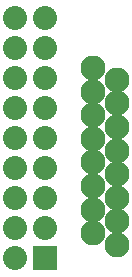
<source format=gbs>
G04 (created by PCBNEW-RS274X (2010-12-23 BZR 2684)-stable) date 12/2/2011 7:38:03 AM*
G01*
G70*
G90*
%MOIN*%
G04 Gerber Fmt 3.4, Leading zero omitted, Abs format*
%FSLAX34Y34*%
G04 APERTURE LIST*
%ADD10C,0.006000*%
%ADD11C,0.080000*%
%ADD12R,0.080000X0.080000*%
%ADD13C,0.083000*%
G04 APERTURE END LIST*
G54D10*
G54D11*
X66350Y-39050D03*
X65350Y-39050D03*
X65350Y-40050D03*
X66350Y-40050D03*
G54D12*
X66350Y-47050D03*
G54D11*
X65350Y-47050D03*
X66350Y-46050D03*
X65350Y-46050D03*
X66350Y-45050D03*
X65350Y-45050D03*
X66350Y-44050D03*
X65350Y-44050D03*
X66350Y-43050D03*
X65350Y-43050D03*
X66350Y-42050D03*
X65350Y-42050D03*
X66350Y-41050D03*
X65350Y-41050D03*
G54D13*
X68744Y-46606D03*
X67957Y-46212D03*
X68744Y-45819D03*
X67957Y-45425D03*
X68744Y-45031D03*
X67957Y-44638D03*
X68744Y-44244D03*
X67957Y-43850D03*
X68744Y-43457D03*
X67957Y-43063D03*
X68744Y-42669D03*
X67957Y-42275D03*
X68744Y-41882D03*
X67957Y-41488D03*
X68744Y-41094D03*
X67957Y-40701D03*
M02*

</source>
